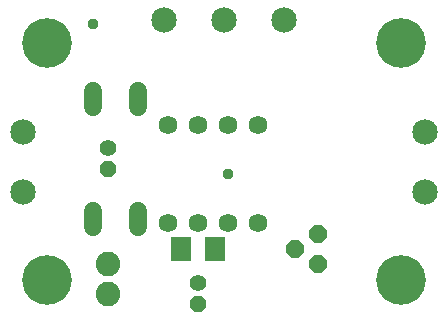
<source format=gbr>
G04 EAGLE Gerber RS-274X export*
G75*
%MOMM*%
%FSLAX34Y34*%
%LPD*%
%INSoldermask Top*%
%IPPOS*%
%AMOC8*
5,1,8,0,0,1.08239X$1,22.5*%
G01*
%ADD10C,4.203200*%
%ADD11P,1.539592X8X292.500000*%
%ADD12C,1.422400*%
%ADD13C,1.524000*%
%ADD14C,2.082800*%
%ADD15C,1.589200*%
%ADD16C,2.153200*%
%ADD17P,1.649562X8X112.500000*%
%ADD18R,1.803200X2.006200*%
%ADD19C,0.959600*%


D10*
X350000Y50000D03*
X350000Y250000D03*
X50000Y250000D03*
X50000Y50000D03*
D11*
X177800Y29210D03*
D12*
X177800Y46990D03*
D11*
X101600Y143510D03*
D12*
X101600Y161290D03*
D13*
X88900Y108204D02*
X88900Y94996D01*
X88900Y196596D02*
X88900Y209804D01*
X127000Y209804D02*
X127000Y196596D01*
X127000Y108204D02*
X127000Y94996D01*
D14*
X101600Y63500D03*
X101600Y38100D03*
D15*
X152400Y98400D03*
X177800Y98400D03*
X203200Y98400D03*
X228600Y98400D03*
X228600Y181000D03*
X203200Y181000D03*
X177800Y181000D03*
X152400Y181000D03*
D16*
X30000Y124600D03*
X30000Y175400D03*
X370000Y124600D03*
X370000Y175400D03*
X149200Y270000D03*
X200000Y270000D03*
X250800Y270000D03*
D17*
X279400Y88900D03*
X260350Y76200D03*
X279400Y63500D03*
D18*
X192020Y76200D03*
X163580Y76200D03*
D19*
X88900Y266700D03*
X203200Y139700D03*
M02*

</source>
